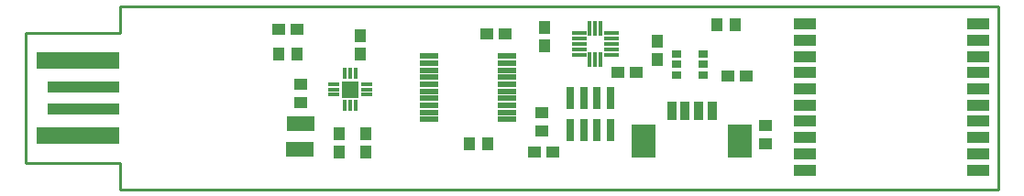
<source format=gts>
G75*
%MOIN*%
%OFA0B0*%
%FSLAX25Y25*%
%IPPOS*%
%LPD*%
%AMOC8*
5,1,8,0,0,1.08239X$1,22.5*
%
%ADD10C,0.01000*%
%ADD11R,0.07000X0.02100*%
%ADD12R,0.04731X0.04337*%
%ADD13R,0.02762X0.07880*%
%ADD14R,0.04337X0.04731*%
%ADD15R,0.03550X0.02762*%
%ADD16R,0.06306X0.06306*%
%ADD17R,0.04337X0.01502*%
%ADD18R,0.01502X0.04337*%
%ADD19R,0.08274X0.04337*%
%ADD20R,0.03550X0.06699*%
%ADD21R,0.08668X0.12211*%
%ADD22R,0.29928X0.06306*%
%ADD23R,0.25991X0.04337*%
%ADD24R,0.05176X0.01601*%
%ADD25R,0.01601X0.05176*%
%ADD26R,0.10400X0.05400*%
D10*
X0035752Y0003355D02*
X0035752Y0013198D01*
X0001500Y0013198D01*
X0001500Y0060442D01*
X0035752Y0060442D01*
X0035752Y0070285D01*
X0355043Y0070285D01*
X0355043Y0003355D01*
X0035752Y0003355D01*
D11*
X0148127Y0029060D03*
X0148127Y0031560D03*
X0148127Y0034160D03*
X0148127Y0036760D03*
X0148127Y0039260D03*
X0148127Y0041860D03*
X0148127Y0044360D03*
X0148127Y0046960D03*
X0148127Y0049560D03*
X0148127Y0052060D03*
X0176527Y0052060D03*
X0176527Y0049560D03*
X0176527Y0046960D03*
X0176527Y0044360D03*
X0176527Y0041860D03*
X0176527Y0039260D03*
X0176527Y0036760D03*
X0176527Y0034160D03*
X0176527Y0031560D03*
X0176527Y0029060D03*
D12*
X0189033Y0031537D03*
X0189033Y0024844D03*
X0186519Y0017236D03*
X0193212Y0017236D03*
X0270497Y0020064D03*
X0270497Y0026757D03*
X0263543Y0044889D03*
X0256850Y0044889D03*
X0223547Y0046072D03*
X0216854Y0046072D03*
X0175810Y0060288D03*
X0169117Y0060288D03*
X0100190Y0061840D03*
X0093497Y0061840D03*
X0101369Y0041785D03*
X0101369Y0035092D03*
D13*
X0199447Y0036923D03*
X0204368Y0036923D03*
X0209290Y0036923D03*
X0214211Y0036923D03*
X0214211Y0025112D03*
X0209290Y0025112D03*
X0204368Y0025112D03*
X0199447Y0025112D03*
D14*
X0169410Y0020150D03*
X0162717Y0020150D03*
X0125087Y0017083D03*
X0115383Y0017132D03*
X0115383Y0023825D03*
X0125087Y0023776D03*
X0231057Y0050743D03*
X0231057Y0057436D03*
X0252891Y0063628D03*
X0259583Y0063628D03*
X0190280Y0062607D03*
X0190280Y0055915D03*
X0123209Y0052751D03*
X0100122Y0052962D03*
X0093429Y0052962D03*
X0123209Y0059444D03*
D15*
X0238113Y0052765D03*
X0247956Y0052765D03*
X0247956Y0049025D03*
X0238113Y0049025D03*
X0238113Y0045285D03*
X0247956Y0045285D03*
D16*
X0119424Y0039976D03*
D17*
X0113519Y0039976D03*
X0113519Y0041944D03*
X0125330Y0041944D03*
X0125330Y0039976D03*
X0125330Y0038007D03*
X0113519Y0038007D03*
D18*
X0117456Y0034070D03*
X0119424Y0034070D03*
X0121393Y0034070D03*
X0121393Y0045881D03*
X0119424Y0045881D03*
X0117456Y0045881D03*
D19*
X0284735Y0046061D03*
X0284735Y0051966D03*
X0284735Y0057872D03*
X0284735Y0063777D03*
X0347727Y0063777D03*
X0347727Y0057872D03*
X0347727Y0051966D03*
X0347727Y0046061D03*
X0347727Y0040155D03*
X0347727Y0034250D03*
X0347727Y0028344D03*
X0347727Y0022439D03*
X0347727Y0016533D03*
X0347727Y0010628D03*
X0284735Y0010628D03*
X0284735Y0016533D03*
X0284735Y0022439D03*
X0284735Y0028344D03*
X0284735Y0034250D03*
X0284735Y0040155D03*
D20*
X0251074Y0032140D03*
X0246153Y0032140D03*
X0241232Y0032140D03*
X0236310Y0032140D03*
D21*
X0226232Y0021313D03*
X0261153Y0021313D03*
D22*
X0020398Y0023040D03*
X0020398Y0050600D03*
D23*
X0022366Y0040757D03*
X0022366Y0032883D03*
D24*
X0202780Y0052568D03*
X0202780Y0054537D03*
X0202780Y0056505D03*
X0202780Y0058474D03*
X0202780Y0060442D03*
X0214394Y0060442D03*
X0214394Y0058474D03*
X0214394Y0056505D03*
X0214394Y0054537D03*
X0214394Y0052568D03*
D25*
X0210555Y0050698D03*
X0208587Y0050698D03*
X0206618Y0050698D03*
X0206618Y0062312D03*
X0208587Y0062312D03*
X0210555Y0062312D03*
D26*
X0101303Y0027568D03*
X0101106Y0018316D03*
M02*

</source>
